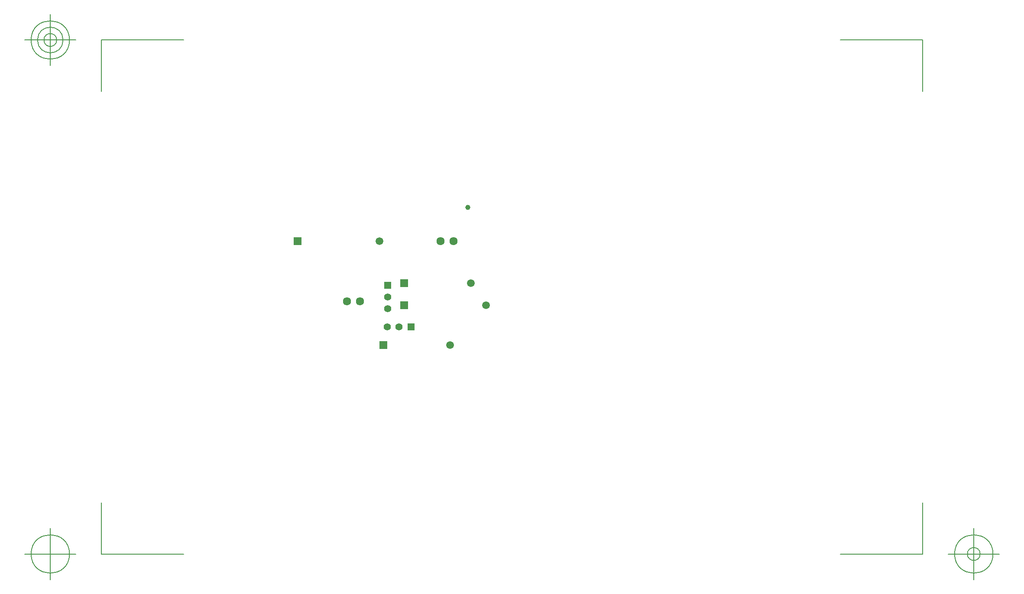
<source format=gbr>
G04 Generated by Ultiboard 14.2 *
%FSLAX33Y33*%
%MOMM*%

%ADD10C,0.001*%
%ADD11C,0.127*%
%ADD12C,1.609*%
%ADD13C,1.000*%
%ADD14C,1.422*%
%ADD15R,1.422X1.422*%
%ADD16C,1.500*%
%ADD17R,1.500X1.500*%


G04 ColorRGB FF00CC for the following layer *
%LNSolder Mask Top*%
%LPD*%
G54D10*
G54D11*
X-254Y-254D02*
X-254Y9797D01*
X-254Y-254D02*
X15797Y-254D01*
X160254Y-254D02*
X144203Y-254D01*
X160254Y-254D02*
X160254Y9797D01*
X160254Y100254D02*
X160254Y90203D01*
X160254Y100254D02*
X144203Y100254D01*
X-254Y100254D02*
X15797Y100254D01*
X-254Y100254D02*
X-254Y90203D01*
X-5254Y-254D02*
X-15254Y-254D01*
X-10254Y-5254D02*
X-10254Y4746D01*
X-14004Y-254D02*
G75*
D01*
G02X-14004Y-254I3750J0*
G01*
X165254Y-254D02*
X175254Y-254D01*
X170254Y-5254D02*
X170254Y4746D01*
X166504Y-254D02*
G75*
D01*
G02X166504Y-254I3750J0*
G01*
X169004Y-254D02*
G75*
D01*
G02X169004Y-254I1250J0*
G01*
X-5254Y100254D02*
X-15254Y100254D01*
X-10254Y95254D02*
X-10254Y105254D01*
X-14004Y100254D02*
G75*
D01*
G02X-14004Y100254I3750J0*
G01*
X-12754Y100254D02*
G75*
D01*
G02X-12754Y100254I2500J0*
G01*
X-11504Y100254D02*
G75*
D01*
G02X-11504Y100254I1250J0*
G01*
G54D12*
X50297Y49169D03*
X47757Y49169D03*
X68580Y60960D03*
X66040Y60960D03*
G54D13*
X71374Y67564D03*
G54D14*
X55724Y50000D03*
X55724Y47700D03*
X57924Y44134D03*
X55624Y44134D03*
G54D15*
X55724Y52300D03*
X60224Y44134D03*
G54D16*
X74935Y48369D03*
X71935Y52693D03*
X67869Y40561D03*
X54100Y60960D03*
G54D17*
X58935Y48369D03*
X58935Y52693D03*
X54869Y40561D03*
X38100Y60960D03*

M02*

</source>
